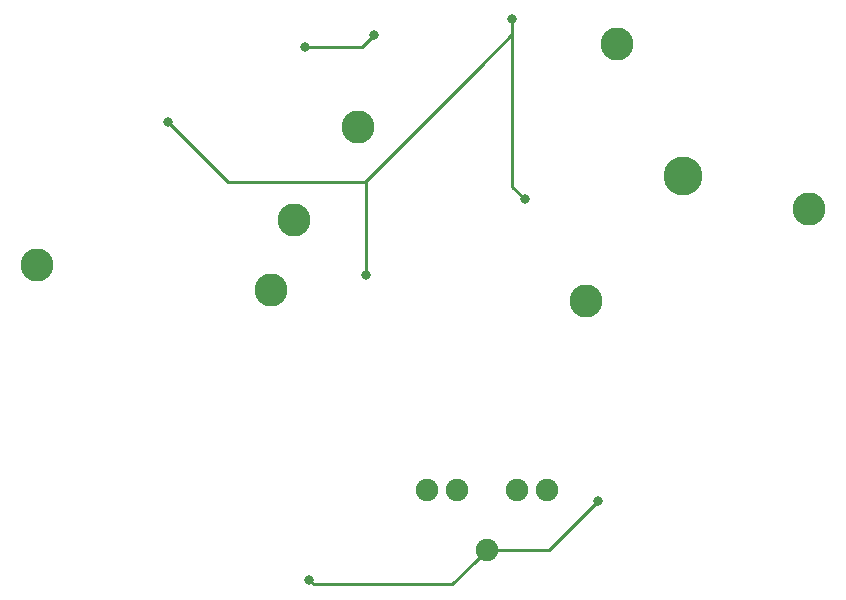
<source format=gbr>
G04 #@! TF.GenerationSoftware,KiCad,Pcbnew,5.0.2+dfsg1-1~bpo9+1*
G04 #@! TF.CreationDate,2020-09-22T18:59:10+01:00*
G04 #@! TF.ProjectId,gbc_outline_buttons_sound_new,6762635f-6f75-4746-9c69-6e655f627574,rev?*
G04 #@! TF.SameCoordinates,Original*
G04 #@! TF.FileFunction,Copper,L2,Bot*
G04 #@! TF.FilePolarity,Positive*
%FSLAX46Y46*%
G04 Gerber Fmt 4.6, Leading zero omitted, Abs format (unit mm)*
G04 Created by KiCad (PCBNEW 5.0.2+dfsg1-1~bpo9+1) date Tue 22 Sep 2020 18:59:10 BST*
%MOMM*%
%LPD*%
G01*
G04 APERTURE LIST*
G04 #@! TA.AperFunction,ComponentPad*
%ADD10C,2.800000*%
G04 #@! TD*
G04 #@! TA.AperFunction,ComponentPad*
%ADD11C,3.300000*%
G04 #@! TD*
G04 #@! TA.AperFunction,ComponentPad*
%ADD12C,1.900000*%
G04 #@! TD*
G04 #@! TA.AperFunction,ViaPad*
%ADD13C,0.800000*%
G04 #@! TD*
G04 #@! TA.AperFunction,Conductor*
%ADD14C,0.250000*%
G04 #@! TD*
G04 APERTURE END LIST*
D10*
G04 #@! TO.P,REF\002A\002A,1*
G04 #@! TO.N,N/C*
X113017300Y-141348460D03*
G04 #@! TD*
G04 #@! TO.P,REF\002A\002A,1*
G04 #@! TO.N,N/C*
X131940300Y-133601460D03*
G04 #@! TD*
G04 #@! TO.P,REF\002A\002A,1*
G04 #@! TO.N,N/C*
X115684300Y-119631460D03*
G04 #@! TD*
G04 #@! TO.P,REF\002A\002A,1*
G04 #@! TO.N,N/C*
X93713300Y-126616460D03*
G04 #@! TD*
G04 #@! TO.P,REF\002A\002A,1*
G04 #@! TO.N,N/C*
X88315800Y-134490460D03*
G04 #@! TD*
G04 #@! TO.P,REF\002A\002A,1*
G04 #@! TO.N,N/C*
X66535300Y-138300460D03*
G04 #@! TD*
D11*
G04 #@! TO.P,REF\002A\002A,*
G04 #@! TO.N,*
X121285000Y-130810000D03*
G04 #@! TD*
D10*
G04 #@! TO.P,REF\002A\002A,1*
G04 #@! TO.N,N/C*
X86360000Y-140462000D03*
G04 #@! TD*
D12*
G04 #@! TO.P,U1,1*
G04 #@! TO.N,Net-(LS1-Pad2)*
X104678480Y-162392360D03*
G04 #@! TO.P,U1,4*
G04 #@! TO.N,Net-(LS2-Pad1)*
X102138480Y-157312360D03*
G04 #@! TO.P,U1,5*
G04 #@! TO.N,Net-(U1-Pad5)*
X99598480Y-157312360D03*
G04 #@! TO.P,U1,3*
G04 #@! TO.N,Net-(LS1-Pad1)*
X107218480Y-157312360D03*
G04 #@! TO.P,U1,2*
G04 #@! TO.N,Net-(U1-Pad2)*
X109758480Y-157312360D03*
G04 #@! TD*
D13*
G04 #@! TO.N,Net-(LS1-Pad2)*
X106819700Y-117480080D03*
X77635100Y-126184660D03*
X107904280Y-132745480D03*
X94396560Y-139148820D03*
X114061240Y-158272480D03*
X89590880Y-164932360D03*
G04 #@! TO.N,Net-(SW4-Pad1)*
X95077280Y-118841520D03*
X89268300Y-119819420D03*
G04 #@! TD*
D14*
G04 #@! TO.N,Net-(LS1-Pad2)*
X106819700Y-117480080D02*
X106819700Y-118760240D01*
X82732880Y-131282440D02*
X77635100Y-126184660D01*
X94297500Y-131282440D02*
X82732880Y-131282440D01*
X106819700Y-118760240D02*
X104043480Y-121536460D01*
X104043480Y-121536460D02*
X94297500Y-131282440D01*
X106819700Y-131660900D02*
X107904280Y-132745480D01*
X106819700Y-118760240D02*
X106819700Y-131660900D01*
X94396560Y-131381500D02*
X94297500Y-131282440D01*
X94396560Y-139148820D02*
X94396560Y-131381500D01*
X109941360Y-162392360D02*
X104678480Y-162392360D01*
X114061240Y-158272480D02*
X109941360Y-162392360D01*
X103728481Y-163342359D02*
X104678480Y-162392360D01*
X101738481Y-165332359D02*
X103728481Y-163342359D01*
X89990879Y-165332359D02*
X101738481Y-165332359D01*
X89590880Y-164932360D02*
X89990879Y-165332359D01*
G04 #@! TO.N,Net-(SW4-Pad1)*
X94099380Y-119819420D02*
X89268300Y-119819420D01*
X95077280Y-118841520D02*
X94099380Y-119819420D01*
G04 #@! TD*
M02*

</source>
